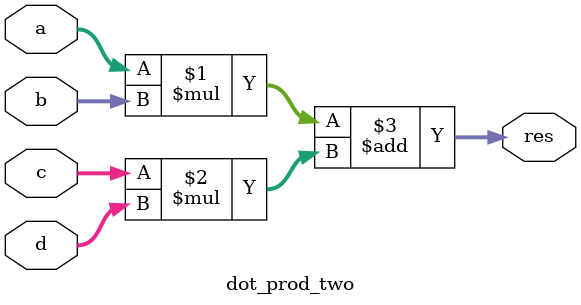
<source format=sv>
module dot_prod_two #(
    BW = 8
)
(
    input logic [BW-1:0] a,
    input logic [BW-1:0] b,
    input logic [BW-1:0] c,
    input logic [BW-1:0] d,
    output logic [2*BW-1:0] res
);

assign res = a*b + c*d;

endmodule
</source>
